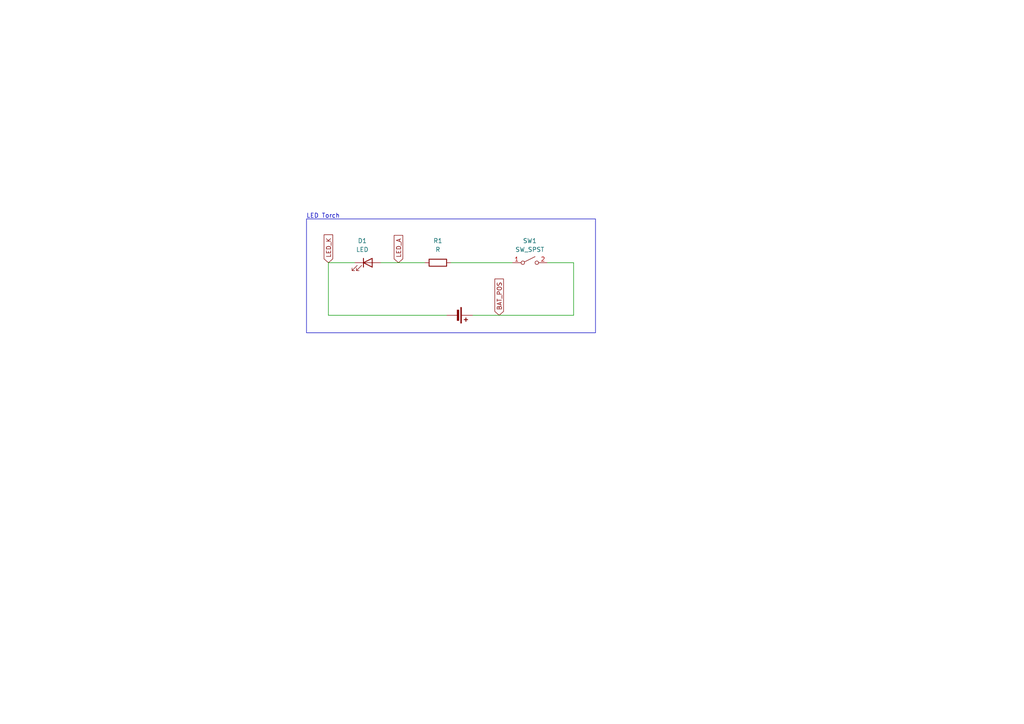
<source format=kicad_sch>
(kicad_sch (version 20231120) (generator "eeschema") (generator_version "8.0")
  (paper "A4")
  (title_block (title "Flash Light") (date "2025-01-27") (rev "1") (company "Afsal Lais"))
  (lib_symbols
    (symbol "Device:Battery_Cell" (pin_numbers hide) (pin_names (offset 0) hide)
      (property "Reference" "BT" (at 2.54 2.54 0))
      (property "Value" "Battery_Cell" (at 2.54 0 0))
      (symbol "Battery_Cell_0_1"
        (rectangle (start -2.286 1.778) (end 2.286 1.524) (fill (type outline)))
        (rectangle (start -1.524 1.016) (end 1.524 0.508) (fill (type outline)))
        (polyline (pts (xy 0 0.762) (xy 0 0)))
        (polyline (pts (xy 0 1.778) (xy 0 2.54)))
        (polyline (pts (xy 0.762 3.048) (xy 1.778 3.048)) (stroke (width 0.254)))
        (polyline (pts (xy 1.27 3.556) (xy 1.27 2.54)) (stroke (width 0.254)))
      )
      (symbol "Battery_Cell_1_1"
        (pin passive line (at 0 5.08 270) (length 2.54) (name "+") (number "1"))
        (pin passive line (at 0 -2.54 90) (length 2.54) (name "-") (number "2"))
      )
    )
    (symbol "Device:LED" (pin_numbers hide) (pin_names (offset 1.016) hide)
      (property "Reference" "D" (at 0 2.54 0))
      (property "Value" "LED" (at 0 -2.54 0))
      (symbol "LED_0_1"
        (polyline (pts (xy -1.27 -1.27) (xy -1.27 1.27)) (stroke (width 0.254)))
        (polyline (pts (xy -1.27 0) (xy 1.27 0)))
        (polyline (pts (xy 1.27 -1.27) (xy 1.27 1.27) (xy -1.27 0) (xy 1.27 -1.27)) (stroke (width 0.254)))
        (polyline (pts (xy -3.048 -0.762) (xy -4.572 -2.286) (xy -3.81 -2.286) (xy -4.572 -2.286) (xy -4.572 -1.524)))
        (polyline (pts (xy -1.778 -0.762) (xy -3.302 -2.286) (xy -2.54 -2.286) (xy -3.302 -2.286) (xy -3.302 -1.524)))
      )
      (symbol "LED_1_1"
        (pin passive line (at -3.81 0 0) (length 2.54) (name "K") (number "1"))
        (pin passive line (at 3.81 0 180) (length 2.54) (name "A") (number "2"))
      )
    )
    (symbol "Device:R" (pin_numbers hide) (pin_names (offset 0))
      (property "Reference" "R" (at 2.032 0 90))
      (property "Value" "R" (at 0 0 90))
      (symbol "R_0_1"
        (rectangle (start -1.016 -2.54) (end 1.016 2.54) (stroke (width 0.254)))
      )
      (symbol "R_1_1"
        (pin passive line (at 0 3.81 270) (length 1.27) (name "~") (number "1"))
        (pin passive line (at 0 -3.81 90) (length 1.27) (name "~") (number "2"))
      )
    )
    (symbol "Switch:SW_SPST" (pin_names (offset 0) hide)
      (property "Reference" "SW" (at 0 3.175 0))
      (property "Value" "SW_SPST" (at 0 -2.54 0))
      (symbol "SW_SPST_0_0"
        (circle (center -2.032 0) (radius 0.508))
        (polyline (pts (xy -1.524 0.254) (xy 1.524 1.778)))
        (circle (center 2.032 0) (radius 0.508))
      )
      (symbol "SW_SPST_1_1"
        (pin passive line (at -5.08 0 0) (length 2.54) (name "A") (number "1"))
        (pin passive line (at 5.08 0 180) (length 2.54) (name "B") (number "2"))
      )
    )
  )
  (wire (pts (xy 130.81 76.2) (xy 148.59 76.2)))
  (wire (pts (xy 166.37 91.44) (xy 166.37 76.2)))
  (wire (pts (xy 95.25 91.44) (xy 129.54 91.44)))
  (wire (pts (xy 137.16 91.44) (xy 166.37 91.44)))
  (wire (pts (xy 110.49 76.2) (xy 123.19 76.2)))
  (wire (pts (xy 166.37 76.2) (xy 158.75 76.2)))
  (wire (pts (xy 102.87 76.2) (xy 95.25 76.2)))
  (wire (pts (xy 95.25 76.2) (xy 95.25 91.44)))
  (rectangle (start 88.9 63.5) (end 172.72 96.52))
  (text "LED Torch" (at 93.726 62.738 0) (effects (font (size 1.27 1.27))))
  (global_label "LED_A" (shape input) (at 115.57 76.2 90) (property "Intersheetrefs" "${INTERSHEET_REFS}" (effects (hide yes))))
  (global_label "BAT_POS" (shape input) (at 144.78 91.44 90) (property "Intersheetrefs" "${INTERSHEET_REFS}" (effects (hide yes))))
  (global_label "LED_K" (shape input) (at 95.25 76.2 90) (property "Intersheetrefs" "${INTERSHEET_REFS}" (effects (hide yes))))
  (symbol (lib_id "Device:Battery_Cell") (at 132.08 91.44 270) (unit 1)
    (property "Reference" "BT2" (effects (hide yes)))
    (property "Value" "Battery_Cell" (effects (hide yes)))
    (property "Footprint" "Battery:BatteryHolder_Keystone_1058_1x2032" (effects (hide yes)))
    (property "Description" "Single-cell battery" (effects (hide yes)))
  )
  (symbol (lib_id "Device:LED") (at 106.68 76.2 0) (unit 1)
    (property "Reference" "D1" (at 105.0925 69.85 0))
    (property "Value" "LED" (at 105.0925 72.39 0))
    (property "Footprint" "LED_THT:LED_D5.0mm" (effects (hide yes)))
    (property "Description" "Light emitting diode" (effects (hide yes)))
  )
  (symbol (lib_id "Switch:SW_SPST") (at 153.67 76.2 0) (unit 1)
    (property "Reference" "SW1" (at 153.67 69.85 0))
    (property "Value" "SW_SPST" (at 153.67 72.39 0))
    (property "Footprint" "Button_Switch_THT:SW_TH_Tactile_Omron_B3F-10xx" (effects (hide yes)))
    (property "Description" "Single Pole Single Throw (SPST) switch" (effects (hide yes)))
  )
  (symbol (lib_id "Device:R") (at 127 76.2 90) (unit 1)
    (property "Reference" "R1" (at 127 69.85 90))
    (property "Value" "R" (at 127 72.39 90))
    (property "Footprint" "Resistor_THT:R_Axial_DIN0204_L3.6mm_D1.6mm_P7.62mm_Horizontal" (effects (hide yes)))
    (property "Description" "Resistor" (effects (hide yes)))
  )
)
</source>
